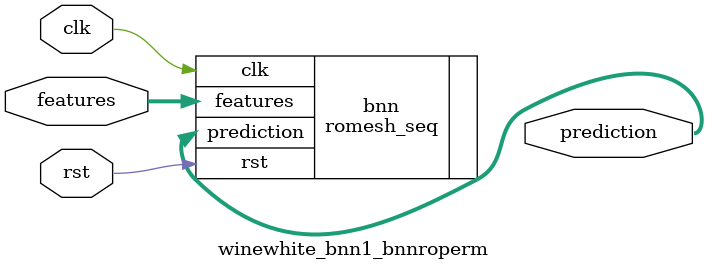
<source format=v>














module winewhite_bnn1_bnnroperm #(

parameter FEAT_CNT = 11,
parameter HIDDEN_CNT = 40,
parameter FEAT_BITS = 4,
parameter CLASS_CNT = 7,
parameter TEST_CNT = 1000


  ) (
  input clk,
  input rst,
  input [FEAT_CNT*FEAT_BITS-1:0] features,
  output [$clog2(CLASS_CNT)-1:0] prediction
  );

  localparam Weights0 = 440'b10011010110111110111110001111011000011001000001110101110110100011100111010010011110101101010111100010100111001011001111110110011110011100001000110000011000001011111111001011100100101000101111011100110010100010101101111010010011001100100010011001101100111101111111010001010101100011100110001110101010011001000110010010010101111001100110000101010100101111000010010100001011011000101010001001100110011000101001000000100110001000010011111010110 ;
  localparam Weights1 = 280'b0011101110100001100011000101000000111111011110111110010111010101010101100110101101111010111011011101010101010111010100110101100111100101010101000001011100000001011110111110010101010101010101110100001101111111101001011010110101010111010000111011101011110100110001010101001101000000 ;

  romesh_seq #(.FEAT_CNT(FEAT_CNT),.FEAT_BITS(FEAT_BITS),.HIDDEN_CNT(HIDDEN_CNT),.CLASS_CNT(CLASS_CNT),.Weights0(Weights0),.Weights1(Weights1)) bnn (
    .clk(clk),
    .rst(rst),
    .features(features),
    .prediction(prediction)
  );

endmodule

</source>
